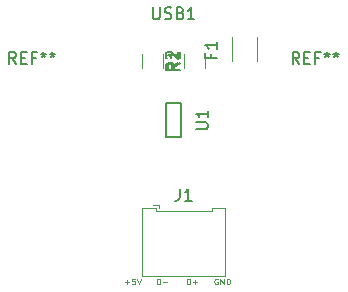
<source format=gto>
G04 #@! TF.GenerationSoftware,KiCad,Pcbnew,(5.1.2-1)-1*
G04 #@! TF.CreationDate,2019-10-04T22:48:54-06:00*
G04 #@! TF.ProjectId,USBCBreakout,55534243-4272-4656-916b-6f75742e6b69,rev?*
G04 #@! TF.SameCoordinates,Original*
G04 #@! TF.FileFunction,Legend,Top*
G04 #@! TF.FilePolarity,Positive*
%FSLAX46Y46*%
G04 Gerber Fmt 4.6, Leading zero omitted, Abs format (unit mm)*
G04 Created by KiCad (PCBNEW (5.1.2-1)-1) date 2019-10-04 22:48:54*
%MOMM*%
%LPD*%
G04 APERTURE LIST*
%ADD10C,0.100000*%
%ADD11C,0.120000*%
%ADD12C,0.150000*%
G04 APERTURE END LIST*
D10*
X103759047Y-73730000D02*
X103711428Y-73706190D01*
X103640000Y-73706190D01*
X103568571Y-73730000D01*
X103520952Y-73777619D01*
X103497142Y-73825238D01*
X103473333Y-73920476D01*
X103473333Y-73991904D01*
X103497142Y-74087142D01*
X103520952Y-74134761D01*
X103568571Y-74182380D01*
X103640000Y-74206190D01*
X103687619Y-74206190D01*
X103759047Y-74182380D01*
X103782857Y-74158571D01*
X103782857Y-73991904D01*
X103687619Y-73991904D01*
X103997142Y-74206190D02*
X103997142Y-73706190D01*
X104282857Y-74206190D01*
X104282857Y-73706190D01*
X104520952Y-74206190D02*
X104520952Y-73706190D01*
X104640000Y-73706190D01*
X104711428Y-73730000D01*
X104759047Y-73777619D01*
X104782857Y-73825238D01*
X104806666Y-73920476D01*
X104806666Y-73991904D01*
X104782857Y-74087142D01*
X104759047Y-74134761D01*
X104711428Y-74182380D01*
X104640000Y-74206190D01*
X104520952Y-74206190D01*
X101159523Y-74206190D02*
X101159523Y-73706190D01*
X101278571Y-73706190D01*
X101350000Y-73730000D01*
X101397619Y-73777619D01*
X101421428Y-73825238D01*
X101445238Y-73920476D01*
X101445238Y-73991904D01*
X101421428Y-74087142D01*
X101397619Y-74134761D01*
X101350000Y-74182380D01*
X101278571Y-74206190D01*
X101159523Y-74206190D01*
X101659523Y-74015714D02*
X102040476Y-74015714D01*
X101850000Y-74206190D02*
X101850000Y-73825238D01*
X98619523Y-74206190D02*
X98619523Y-73706190D01*
X98738571Y-73706190D01*
X98810000Y-73730000D01*
X98857619Y-73777619D01*
X98881428Y-73825238D01*
X98905238Y-73920476D01*
X98905238Y-73991904D01*
X98881428Y-74087142D01*
X98857619Y-74134761D01*
X98810000Y-74182380D01*
X98738571Y-74206190D01*
X98619523Y-74206190D01*
X99119523Y-74015714D02*
X99500476Y-74015714D01*
X95877142Y-74015714D02*
X96258095Y-74015714D01*
X96067619Y-74206190D02*
X96067619Y-73825238D01*
X96734285Y-73706190D02*
X96496190Y-73706190D01*
X96472380Y-73944285D01*
X96496190Y-73920476D01*
X96543809Y-73896666D01*
X96662857Y-73896666D01*
X96710476Y-73920476D01*
X96734285Y-73944285D01*
X96758095Y-73991904D01*
X96758095Y-74110952D01*
X96734285Y-74158571D01*
X96710476Y-74182380D01*
X96662857Y-74206190D01*
X96543809Y-74206190D01*
X96496190Y-74182380D01*
X96472380Y-74158571D01*
X96900952Y-73706190D02*
X97067619Y-74206190D01*
X97234285Y-73706190D01*
D11*
X104942416Y-55290592D02*
X104942416Y-53290592D01*
X107082416Y-53290592D02*
X107082416Y-55290592D01*
X100918352Y-55890592D02*
X100918352Y-54690592D01*
X102678352Y-54690592D02*
X102678352Y-55890592D01*
X97346480Y-55890592D02*
X97346480Y-54690592D01*
X99106480Y-54690592D02*
X99106480Y-55890592D01*
X104412416Y-73500000D02*
X100887416Y-73500000D01*
X104412416Y-67700000D02*
X104412416Y-73500000D01*
X103262416Y-67700000D02*
X104412416Y-67700000D01*
X103262416Y-68000000D02*
X103262416Y-67700000D01*
X100887416Y-68000000D02*
X103262416Y-68000000D01*
X97362416Y-73500000D02*
X100887416Y-73500000D01*
X97362416Y-67700000D02*
X97362416Y-73500000D01*
X98512416Y-67700000D02*
X97362416Y-67700000D01*
X98512416Y-68000000D02*
X98512416Y-67700000D01*
X100887416Y-68000000D02*
X98512416Y-68000000D01*
X98762416Y-67450000D02*
X98262416Y-67450000D01*
X98762416Y-67750000D02*
X98762416Y-67450000D01*
D12*
X100662416Y-58840592D02*
X99362416Y-58840592D01*
X100662416Y-61740592D02*
X100662416Y-58840592D01*
X99362416Y-61740592D02*
X100662416Y-61740592D01*
X99362416Y-61740592D02*
X99362416Y-58840592D01*
X98274320Y-50742972D02*
X98274320Y-51552496D01*
X98321939Y-51647734D01*
X98369558Y-51695353D01*
X98464796Y-51742972D01*
X98655273Y-51742972D01*
X98750511Y-51695353D01*
X98798130Y-51647734D01*
X98845749Y-51552496D01*
X98845749Y-50742972D01*
X99274320Y-51695353D02*
X99417177Y-51742972D01*
X99655273Y-51742972D01*
X99750511Y-51695353D01*
X99798130Y-51647734D01*
X99845749Y-51552496D01*
X99845749Y-51457258D01*
X99798130Y-51362020D01*
X99750511Y-51314401D01*
X99655273Y-51266782D01*
X99464796Y-51219163D01*
X99369558Y-51171544D01*
X99321939Y-51123925D01*
X99274320Y-51028687D01*
X99274320Y-50933449D01*
X99321939Y-50838211D01*
X99369558Y-50790592D01*
X99464796Y-50742972D01*
X99702892Y-50742972D01*
X99845749Y-50790592D01*
X100607654Y-51219163D02*
X100750511Y-51266782D01*
X100798130Y-51314401D01*
X100845749Y-51409639D01*
X100845749Y-51552496D01*
X100798130Y-51647734D01*
X100750511Y-51695353D01*
X100655273Y-51742972D01*
X100274320Y-51742972D01*
X100274320Y-50742972D01*
X100607654Y-50742972D01*
X100702892Y-50790592D01*
X100750511Y-50838211D01*
X100798130Y-50933449D01*
X100798130Y-51028687D01*
X100750511Y-51123925D01*
X100702892Y-51171544D01*
X100607654Y-51219163D01*
X100274320Y-51219163D01*
X101798130Y-51742972D02*
X101226701Y-51742972D01*
X101512416Y-51742972D02*
X101512416Y-50742972D01*
X101417177Y-50885830D01*
X101321939Y-50981068D01*
X101226701Y-51028687D01*
X103190987Y-54723925D02*
X103190987Y-55057258D01*
X103714796Y-55057258D02*
X102714796Y-55057258D01*
X102714796Y-54581068D01*
X103714796Y-53676306D02*
X103714796Y-54247734D01*
X103714796Y-53962020D02*
X102714796Y-53962020D01*
X102857654Y-54057258D01*
X102952892Y-54152496D01*
X103000511Y-54247734D01*
X100550732Y-55457258D02*
X100074542Y-55790592D01*
X100550732Y-56028687D02*
X99550732Y-56028687D01*
X99550732Y-55647734D01*
X99598352Y-55552496D01*
X99645971Y-55504877D01*
X99741209Y-55457258D01*
X99884066Y-55457258D01*
X99979304Y-55504877D01*
X100026923Y-55552496D01*
X100074542Y-55647734D01*
X100074542Y-56028687D01*
X100550732Y-54504877D02*
X100550732Y-55076306D01*
X100550732Y-54790592D02*
X99550732Y-54790592D01*
X99693590Y-54885830D01*
X99788828Y-54981068D01*
X99836447Y-55076306D01*
X100378860Y-55457258D02*
X99902670Y-55790592D01*
X100378860Y-56028687D02*
X99378860Y-56028687D01*
X99378860Y-55647734D01*
X99426480Y-55552496D01*
X99474099Y-55504877D01*
X99569337Y-55457258D01*
X99712194Y-55457258D01*
X99807432Y-55504877D01*
X99855051Y-55552496D01*
X99902670Y-55647734D01*
X99902670Y-56028687D01*
X99474099Y-55076306D02*
X99426480Y-55028687D01*
X99378860Y-54933449D01*
X99378860Y-54695353D01*
X99426480Y-54600115D01*
X99474099Y-54552496D01*
X99569337Y-54504877D01*
X99664575Y-54504877D01*
X99807432Y-54552496D01*
X100378860Y-55123925D01*
X100378860Y-54504877D01*
X110679082Y-55542972D02*
X110345749Y-55066782D01*
X110107654Y-55542972D02*
X110107654Y-54542972D01*
X110488606Y-54542972D01*
X110583844Y-54590592D01*
X110631463Y-54638211D01*
X110679082Y-54733449D01*
X110679082Y-54876306D01*
X110631463Y-54971544D01*
X110583844Y-55019163D01*
X110488606Y-55066782D01*
X110107654Y-55066782D01*
X111107654Y-55019163D02*
X111440987Y-55019163D01*
X111583844Y-55542972D02*
X111107654Y-55542972D01*
X111107654Y-54542972D01*
X111583844Y-54542972D01*
X112345749Y-55019163D02*
X112012416Y-55019163D01*
X112012416Y-55542972D02*
X112012416Y-54542972D01*
X112488606Y-54542972D01*
X113012416Y-54542972D02*
X113012416Y-54781068D01*
X112774320Y-54685830D02*
X113012416Y-54781068D01*
X113250511Y-54685830D01*
X112869558Y-54971544D02*
X113012416Y-54781068D01*
X113155273Y-54971544D01*
X113774320Y-54542972D02*
X113774320Y-54781068D01*
X113536225Y-54685830D02*
X113774320Y-54781068D01*
X114012416Y-54685830D01*
X113631463Y-54971544D02*
X113774320Y-54781068D01*
X113917177Y-54971544D01*
X86679082Y-55542972D02*
X86345749Y-55066782D01*
X86107654Y-55542972D02*
X86107654Y-54542972D01*
X86488606Y-54542972D01*
X86583844Y-54590592D01*
X86631463Y-54638211D01*
X86679082Y-54733449D01*
X86679082Y-54876306D01*
X86631463Y-54971544D01*
X86583844Y-55019163D01*
X86488606Y-55066782D01*
X86107654Y-55066782D01*
X87107654Y-55019163D02*
X87440987Y-55019163D01*
X87583844Y-55542972D02*
X87107654Y-55542972D01*
X87107654Y-54542972D01*
X87583844Y-54542972D01*
X88345749Y-55019163D02*
X88012416Y-55019163D01*
X88012416Y-55542972D02*
X88012416Y-54542972D01*
X88488606Y-54542972D01*
X89012416Y-54542972D02*
X89012416Y-54781068D01*
X88774320Y-54685830D02*
X89012416Y-54781068D01*
X89250511Y-54685830D01*
X88869558Y-54971544D02*
X89012416Y-54781068D01*
X89155273Y-54971544D01*
X89774320Y-54542972D02*
X89774320Y-54781068D01*
X89536225Y-54685830D02*
X89774320Y-54781068D01*
X90012416Y-54685830D01*
X89631463Y-54971544D02*
X89774320Y-54781068D01*
X89917177Y-54971544D01*
X100554082Y-66102380D02*
X100554082Y-66816666D01*
X100506463Y-66959523D01*
X100411225Y-67054761D01*
X100268368Y-67102380D01*
X100173130Y-67102380D01*
X101554082Y-67102380D02*
X100982654Y-67102380D01*
X101268368Y-67102380D02*
X101268368Y-66102380D01*
X101173130Y-66245238D01*
X101077892Y-66340476D01*
X100982654Y-66388095D01*
X101914796Y-61052496D02*
X102724320Y-61052496D01*
X102819558Y-61004877D01*
X102867177Y-60957258D01*
X102914796Y-60862020D01*
X102914796Y-60671544D01*
X102867177Y-60576306D01*
X102819558Y-60528687D01*
X102724320Y-60481068D01*
X101914796Y-60481068D01*
X102914796Y-59481068D02*
X102914796Y-60052496D01*
X102914796Y-59766782D02*
X101914796Y-59766782D01*
X102057654Y-59862020D01*
X102152892Y-59957258D01*
X102200511Y-60052496D01*
M02*

</source>
